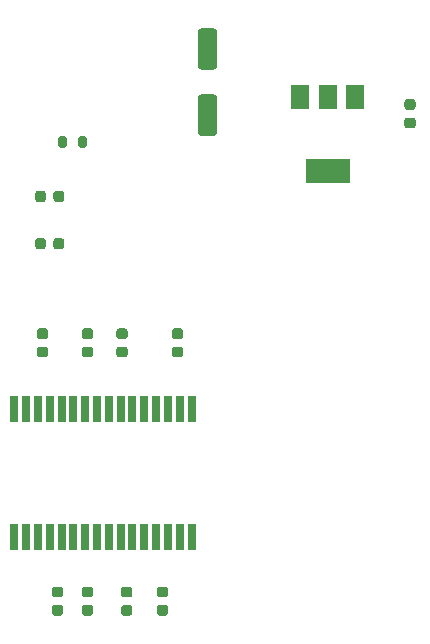
<source format=gbr>
%TF.GenerationSoftware,KiCad,Pcbnew,(5.1.9)-1*%
%TF.CreationDate,2021-08-06T16:10:44+09:00*%
%TF.ProjectId,IMU_USB_ver2,494d555f-5553-4425-9f76-6572322e6b69,rev?*%
%TF.SameCoordinates,Original*%
%TF.FileFunction,Paste,Top*%
%TF.FilePolarity,Positive*%
%FSLAX46Y46*%
G04 Gerber Fmt 4.6, Leading zero omitted, Abs format (unit mm)*
G04 Created by KiCad (PCBNEW (5.1.9)-1) date 2021-08-06 16:10:44*
%MOMM*%
%LPD*%
G01*
G04 APERTURE LIST*
%ADD10R,0.700000X2.200000*%
%ADD11R,3.800000X2.000000*%
%ADD12R,1.500000X2.000000*%
G04 APERTURE END LIST*
D10*
%TO.C,U3*%
X132239000Y-94991000D03*
X132239000Y-105791000D03*
X133239000Y-94991000D03*
X133239000Y-105791000D03*
X134239000Y-94991000D03*
X134239000Y-105791000D03*
X135239000Y-94991000D03*
X135239000Y-105791000D03*
X136239000Y-94991000D03*
X136239000Y-105791000D03*
X137239000Y-94991000D03*
X137239000Y-105791000D03*
X138239000Y-94991000D03*
X138239000Y-105791000D03*
X139239000Y-94991000D03*
X139239000Y-105791000D03*
X140239000Y-94991000D03*
X140239000Y-105791000D03*
X141239000Y-94991000D03*
X141239000Y-105791000D03*
X142239000Y-94991000D03*
X142239000Y-105791000D03*
X143239000Y-94991000D03*
X143239000Y-105791000D03*
X144239000Y-94991000D03*
X144239000Y-105791000D03*
X145239000Y-94991000D03*
X145239000Y-105791000D03*
X146239000Y-94991000D03*
X146239000Y-105791000D03*
X147239000Y-94991000D03*
X147239000Y-105791000D03*
%TD*%
%TO.C,L1*%
G36*
G01*
X137585000Y-72665000D02*
X137585000Y-72115000D01*
G75*
G02*
X137785000Y-71915000I200000J0D01*
G01*
X138185000Y-71915000D01*
G75*
G02*
X138385000Y-72115000I0J-200000D01*
G01*
X138385000Y-72665000D01*
G75*
G02*
X138185000Y-72865000I-200000J0D01*
G01*
X137785000Y-72865000D01*
G75*
G02*
X137585000Y-72665000I0J200000D01*
G01*
G37*
G36*
G01*
X135935000Y-72665000D02*
X135935000Y-72115000D01*
G75*
G02*
X136135000Y-71915000I200000J0D01*
G01*
X136535000Y-71915000D01*
G75*
G02*
X136735000Y-72115000I0J-200000D01*
G01*
X136735000Y-72665000D01*
G75*
G02*
X136535000Y-72865000I-200000J0D01*
G01*
X136135000Y-72865000D01*
G75*
G02*
X135935000Y-72665000I0J200000D01*
G01*
G37*
%TD*%
%TO.C,C1*%
G36*
G01*
X165985000Y-69665000D02*
X165485000Y-69665000D01*
G75*
G02*
X165260000Y-69440000I0J225000D01*
G01*
X165260000Y-68990000D01*
G75*
G02*
X165485000Y-68765000I225000J0D01*
G01*
X165985000Y-68765000D01*
G75*
G02*
X166210000Y-68990000I0J-225000D01*
G01*
X166210000Y-69440000D01*
G75*
G02*
X165985000Y-69665000I-225000J0D01*
G01*
G37*
G36*
G01*
X165985000Y-71215000D02*
X165485000Y-71215000D01*
G75*
G02*
X165260000Y-70990000I0J225000D01*
G01*
X165260000Y-70540000D01*
G75*
G02*
X165485000Y-70315000I225000J0D01*
G01*
X165985000Y-70315000D01*
G75*
G02*
X166210000Y-70540000I0J-225000D01*
G01*
X166210000Y-70990000D01*
G75*
G02*
X165985000Y-71215000I-225000J0D01*
G01*
G37*
%TD*%
%TO.C,C2*%
G36*
G01*
X149140000Y-71860000D02*
X148040000Y-71860000D01*
G75*
G02*
X147790000Y-71610000I0J250000D01*
G01*
X147790000Y-68610000D01*
G75*
G02*
X148040000Y-68360000I250000J0D01*
G01*
X149140000Y-68360000D01*
G75*
G02*
X149390000Y-68610000I0J-250000D01*
G01*
X149390000Y-71610000D01*
G75*
G02*
X149140000Y-71860000I-250000J0D01*
G01*
G37*
G36*
G01*
X149140000Y-66260000D02*
X148040000Y-66260000D01*
G75*
G02*
X147790000Y-66010000I0J250000D01*
G01*
X147790000Y-63010000D01*
G75*
G02*
X148040000Y-62760000I250000J0D01*
G01*
X149140000Y-62760000D01*
G75*
G02*
X149390000Y-63010000I0J-250000D01*
G01*
X149390000Y-66010000D01*
G75*
G02*
X149140000Y-66260000I-250000J0D01*
G01*
G37*
%TD*%
%TO.C,C4*%
G36*
G01*
X135640000Y-110040000D02*
X136140000Y-110040000D01*
G75*
G02*
X136365000Y-110265000I0J-225000D01*
G01*
X136365000Y-110715000D01*
G75*
G02*
X136140000Y-110940000I-225000J0D01*
G01*
X135640000Y-110940000D01*
G75*
G02*
X135415000Y-110715000I0J225000D01*
G01*
X135415000Y-110265000D01*
G75*
G02*
X135640000Y-110040000I225000J0D01*
G01*
G37*
G36*
G01*
X135640000Y-111590000D02*
X136140000Y-111590000D01*
G75*
G02*
X136365000Y-111815000I0J-225000D01*
G01*
X136365000Y-112265000D01*
G75*
G02*
X136140000Y-112490000I-225000J0D01*
G01*
X135640000Y-112490000D01*
G75*
G02*
X135415000Y-112265000I0J225000D01*
G01*
X135415000Y-111815000D01*
G75*
G02*
X135640000Y-111590000I225000J0D01*
G01*
G37*
%TD*%
%TO.C,C5*%
G36*
G01*
X138180000Y-111590000D02*
X138680000Y-111590000D01*
G75*
G02*
X138905000Y-111815000I0J-225000D01*
G01*
X138905000Y-112265000D01*
G75*
G02*
X138680000Y-112490000I-225000J0D01*
G01*
X138180000Y-112490000D01*
G75*
G02*
X137955000Y-112265000I0J225000D01*
G01*
X137955000Y-111815000D01*
G75*
G02*
X138180000Y-111590000I225000J0D01*
G01*
G37*
G36*
G01*
X138180000Y-110040000D02*
X138680000Y-110040000D01*
G75*
G02*
X138905000Y-110265000I0J-225000D01*
G01*
X138905000Y-110715000D01*
G75*
G02*
X138680000Y-110940000I-225000J0D01*
G01*
X138180000Y-110940000D01*
G75*
G02*
X137955000Y-110715000I0J225000D01*
G01*
X137955000Y-110265000D01*
G75*
G02*
X138180000Y-110040000I225000J0D01*
G01*
G37*
%TD*%
%TO.C,C6*%
G36*
G01*
X136450000Y-80750000D02*
X136450000Y-81250000D01*
G75*
G02*
X136225000Y-81475000I-225000J0D01*
G01*
X135775000Y-81475000D01*
G75*
G02*
X135550000Y-81250000I0J225000D01*
G01*
X135550000Y-80750000D01*
G75*
G02*
X135775000Y-80525000I225000J0D01*
G01*
X136225000Y-80525000D01*
G75*
G02*
X136450000Y-80750000I0J-225000D01*
G01*
G37*
G36*
G01*
X134900000Y-80750000D02*
X134900000Y-81250000D01*
G75*
G02*
X134675000Y-81475000I-225000J0D01*
G01*
X134225000Y-81475000D01*
G75*
G02*
X134000000Y-81250000I0J225000D01*
G01*
X134000000Y-80750000D01*
G75*
G02*
X134225000Y-80525000I225000J0D01*
G01*
X134675000Y-80525000D01*
G75*
G02*
X134900000Y-80750000I0J-225000D01*
G01*
G37*
%TD*%
%TO.C,C7*%
G36*
G01*
X141495000Y-110040000D02*
X141995000Y-110040000D01*
G75*
G02*
X142220000Y-110265000I0J-225000D01*
G01*
X142220000Y-110715000D01*
G75*
G02*
X141995000Y-110940000I-225000J0D01*
G01*
X141495000Y-110940000D01*
G75*
G02*
X141270000Y-110715000I0J225000D01*
G01*
X141270000Y-110265000D01*
G75*
G02*
X141495000Y-110040000I225000J0D01*
G01*
G37*
G36*
G01*
X141495000Y-111590000D02*
X141995000Y-111590000D01*
G75*
G02*
X142220000Y-111815000I0J-225000D01*
G01*
X142220000Y-112265000D01*
G75*
G02*
X141995000Y-112490000I-225000J0D01*
G01*
X141495000Y-112490000D01*
G75*
G02*
X141270000Y-112265000I0J225000D01*
G01*
X141270000Y-111815000D01*
G75*
G02*
X141495000Y-111590000I225000J0D01*
G01*
G37*
%TD*%
%TO.C,C8*%
G36*
G01*
X134900000Y-76750000D02*
X134900000Y-77250000D01*
G75*
G02*
X134675000Y-77475000I-225000J0D01*
G01*
X134225000Y-77475000D01*
G75*
G02*
X134000000Y-77250000I0J225000D01*
G01*
X134000000Y-76750000D01*
G75*
G02*
X134225000Y-76525000I225000J0D01*
G01*
X134675000Y-76525000D01*
G75*
G02*
X134900000Y-76750000I0J-225000D01*
G01*
G37*
G36*
G01*
X136450000Y-76750000D02*
X136450000Y-77250000D01*
G75*
G02*
X136225000Y-77475000I-225000J0D01*
G01*
X135775000Y-77475000D01*
G75*
G02*
X135550000Y-77250000I0J225000D01*
G01*
X135550000Y-76750000D01*
G75*
G02*
X135775000Y-76525000I225000J0D01*
G01*
X136225000Y-76525000D01*
G75*
G02*
X136450000Y-76750000I0J-225000D01*
G01*
G37*
%TD*%
%TO.C,C9*%
G36*
G01*
X144530000Y-111590000D02*
X145030000Y-111590000D01*
G75*
G02*
X145255000Y-111815000I0J-225000D01*
G01*
X145255000Y-112265000D01*
G75*
G02*
X145030000Y-112490000I-225000J0D01*
G01*
X144530000Y-112490000D01*
G75*
G02*
X144305000Y-112265000I0J225000D01*
G01*
X144305000Y-111815000D01*
G75*
G02*
X144530000Y-111590000I225000J0D01*
G01*
G37*
G36*
G01*
X144530000Y-110040000D02*
X145030000Y-110040000D01*
G75*
G02*
X145255000Y-110265000I0J-225000D01*
G01*
X145255000Y-110715000D01*
G75*
G02*
X145030000Y-110940000I-225000J0D01*
G01*
X144530000Y-110940000D01*
G75*
G02*
X144305000Y-110715000I0J225000D01*
G01*
X144305000Y-110265000D01*
G75*
G02*
X144530000Y-110040000I225000J0D01*
G01*
G37*
%TD*%
%TO.C,C10*%
G36*
G01*
X146300000Y-89070000D02*
X145800000Y-89070000D01*
G75*
G02*
X145575000Y-88845000I0J225000D01*
G01*
X145575000Y-88395000D01*
G75*
G02*
X145800000Y-88170000I225000J0D01*
G01*
X146300000Y-88170000D01*
G75*
G02*
X146525000Y-88395000I0J-225000D01*
G01*
X146525000Y-88845000D01*
G75*
G02*
X146300000Y-89070000I-225000J0D01*
G01*
G37*
G36*
G01*
X146300000Y-90620000D02*
X145800000Y-90620000D01*
G75*
G02*
X145575000Y-90395000I0J225000D01*
G01*
X145575000Y-89945000D01*
G75*
G02*
X145800000Y-89720000I225000J0D01*
G01*
X146300000Y-89720000D01*
G75*
G02*
X146525000Y-89945000I0J-225000D01*
G01*
X146525000Y-90395000D01*
G75*
G02*
X146300000Y-90620000I-225000J0D01*
G01*
G37*
%TD*%
%TO.C,C11*%
G36*
G01*
X141601000Y-90620000D02*
X141101000Y-90620000D01*
G75*
G02*
X140876000Y-90395000I0J225000D01*
G01*
X140876000Y-89945000D01*
G75*
G02*
X141101000Y-89720000I225000J0D01*
G01*
X141601000Y-89720000D01*
G75*
G02*
X141826000Y-89945000I0J-225000D01*
G01*
X141826000Y-90395000D01*
G75*
G02*
X141601000Y-90620000I-225000J0D01*
G01*
G37*
G36*
G01*
X141601000Y-89070000D02*
X141101000Y-89070000D01*
G75*
G02*
X140876000Y-88845000I0J225000D01*
G01*
X140876000Y-88395000D01*
G75*
G02*
X141101000Y-88170000I225000J0D01*
G01*
X141601000Y-88170000D01*
G75*
G02*
X141826000Y-88395000I0J-225000D01*
G01*
X141826000Y-88845000D01*
G75*
G02*
X141601000Y-89070000I-225000J0D01*
G01*
G37*
%TD*%
%TO.C,C12*%
G36*
G01*
X138680000Y-89070000D02*
X138180000Y-89070000D01*
G75*
G02*
X137955000Y-88845000I0J225000D01*
G01*
X137955000Y-88395000D01*
G75*
G02*
X138180000Y-88170000I225000J0D01*
G01*
X138680000Y-88170000D01*
G75*
G02*
X138905000Y-88395000I0J-225000D01*
G01*
X138905000Y-88845000D01*
G75*
G02*
X138680000Y-89070000I-225000J0D01*
G01*
G37*
G36*
G01*
X138680000Y-90620000D02*
X138180000Y-90620000D01*
G75*
G02*
X137955000Y-90395000I0J225000D01*
G01*
X137955000Y-89945000D01*
G75*
G02*
X138180000Y-89720000I225000J0D01*
G01*
X138680000Y-89720000D01*
G75*
G02*
X138905000Y-89945000I0J-225000D01*
G01*
X138905000Y-90395000D01*
G75*
G02*
X138680000Y-90620000I-225000J0D01*
G01*
G37*
%TD*%
%TO.C,C13*%
G36*
G01*
X134870000Y-90620000D02*
X134370000Y-90620000D01*
G75*
G02*
X134145000Y-90395000I0J225000D01*
G01*
X134145000Y-89945000D01*
G75*
G02*
X134370000Y-89720000I225000J0D01*
G01*
X134870000Y-89720000D01*
G75*
G02*
X135095000Y-89945000I0J-225000D01*
G01*
X135095000Y-90395000D01*
G75*
G02*
X134870000Y-90620000I-225000J0D01*
G01*
G37*
G36*
G01*
X134870000Y-89070000D02*
X134370000Y-89070000D01*
G75*
G02*
X134145000Y-88845000I0J225000D01*
G01*
X134145000Y-88395000D01*
G75*
G02*
X134370000Y-88170000I225000J0D01*
G01*
X134870000Y-88170000D01*
G75*
G02*
X135095000Y-88395000I0J-225000D01*
G01*
X135095000Y-88845000D01*
G75*
G02*
X134870000Y-89070000I-225000J0D01*
G01*
G37*
%TD*%
D11*
%TO.C,U2*%
X158750000Y-74880000D03*
D12*
X158750000Y-68580000D03*
X156450000Y-68580000D03*
X161050000Y-68580000D03*
%TD*%
M02*

</source>
